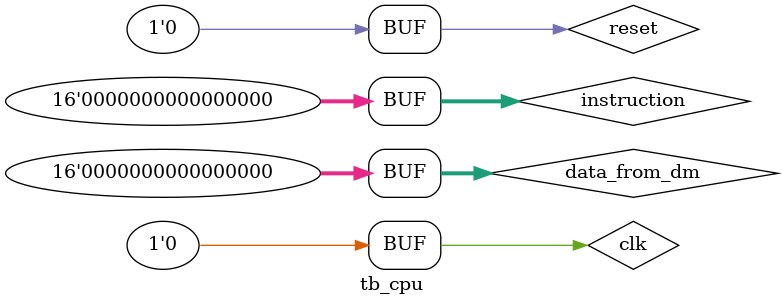
<source format=v>
`timescale 1ns / 1ps


module tb_cpu;

	// Inputs
	reg clk;
	reg reset;
	reg [15:0] instruction;
	reg [15:0] data_from_dm;

	// Outputs
	wire [15:0] data_to_dm;
	wire [15:0] addr_to_pm;
	wire [10:0] addr_to_dm;
	wire RdRam;
	wire WrRam;

	// Instantiate the Unit Under Test (UUT)
	cpu uut (
		.clk(clk), 
		.reset(reset), 
		.instruction(instruction), 
		.data_from_dm(data_from_dm), 
		.data_to_dm(data_to_dm), 
		.addr_to_pm(addr_to_pm), 
		.addr_to_dm(addr_to_dm), 
		.RdRam(RdRam), 
		.WrRam(WrRam)
	);

	initial begin
		// Initialize Inputs
		clk = 0;
		reset = 0;
		instruction = 0;
		data_from_dm = 0;

		// Wait 100 ns for global reset to finish
		#100;
        
		// Add stimulus here

	end
      
endmodule


</source>
